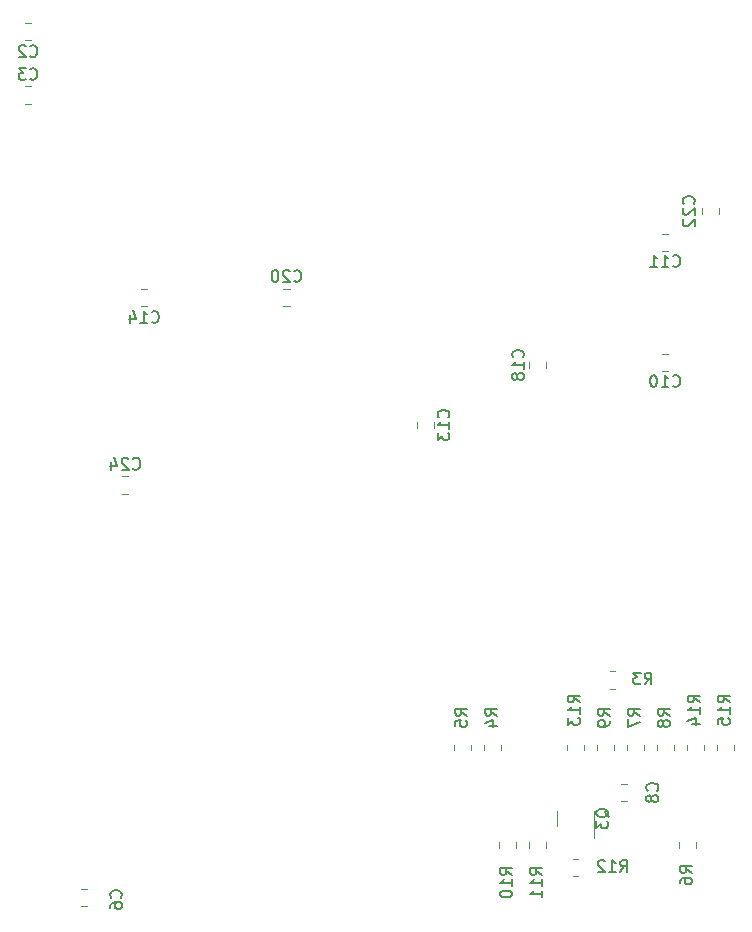
<source format=gbr>
%TF.GenerationSoftware,KiCad,Pcbnew,7.0.0-da2b9df05c~171~ubuntu22.04.1*%
%TF.CreationDate,2023-03-08T20:12:18-05:00*%
%TF.ProjectId,main,6d61696e-2e6b-4696-9361-645f70636258,rev?*%
%TF.SameCoordinates,Original*%
%TF.FileFunction,Legend,Bot*%
%TF.FilePolarity,Positive*%
%FSLAX46Y46*%
G04 Gerber Fmt 4.6, Leading zero omitted, Abs format (unit mm)*
G04 Created by KiCad (PCBNEW 7.0.0-da2b9df05c~171~ubuntu22.04.1) date 2023-03-08 20:12:18*
%MOMM*%
%LPD*%
G01*
G04 APERTURE LIST*
%ADD10C,0.150000*%
%ADD11C,0.120000*%
G04 APERTURE END LIST*
D10*
%TO.C,C13*%
X68627142Y-70477142D02*
X68674761Y-70429523D01*
X68674761Y-70429523D02*
X68722380Y-70286666D01*
X68722380Y-70286666D02*
X68722380Y-70191428D01*
X68722380Y-70191428D02*
X68674761Y-70048571D01*
X68674761Y-70048571D02*
X68579523Y-69953333D01*
X68579523Y-69953333D02*
X68484285Y-69905714D01*
X68484285Y-69905714D02*
X68293809Y-69858095D01*
X68293809Y-69858095D02*
X68150952Y-69858095D01*
X68150952Y-69858095D02*
X67960476Y-69905714D01*
X67960476Y-69905714D02*
X67865238Y-69953333D01*
X67865238Y-69953333D02*
X67770000Y-70048571D01*
X67770000Y-70048571D02*
X67722380Y-70191428D01*
X67722380Y-70191428D02*
X67722380Y-70286666D01*
X67722380Y-70286666D02*
X67770000Y-70429523D01*
X67770000Y-70429523D02*
X67817619Y-70477142D01*
X68722380Y-71429523D02*
X68722380Y-70858095D01*
X68722380Y-71143809D02*
X67722380Y-71143809D01*
X67722380Y-71143809D02*
X67865238Y-71048571D01*
X67865238Y-71048571D02*
X67960476Y-70953333D01*
X67960476Y-70953333D02*
X68008095Y-70858095D01*
X67722380Y-71762857D02*
X67722380Y-72381904D01*
X67722380Y-72381904D02*
X68103333Y-72048571D01*
X68103333Y-72048571D02*
X68103333Y-72191428D01*
X68103333Y-72191428D02*
X68150952Y-72286666D01*
X68150952Y-72286666D02*
X68198571Y-72334285D01*
X68198571Y-72334285D02*
X68293809Y-72381904D01*
X68293809Y-72381904D02*
X68531904Y-72381904D01*
X68531904Y-72381904D02*
X68627142Y-72334285D01*
X68627142Y-72334285D02*
X68674761Y-72286666D01*
X68674761Y-72286666D02*
X68722380Y-72191428D01*
X68722380Y-72191428D02*
X68722380Y-71905714D01*
X68722380Y-71905714D02*
X68674761Y-71810476D01*
X68674761Y-71810476D02*
X68627142Y-71762857D01*
%TO.C,C14*%
X43507857Y-62375142D02*
X43555476Y-62422761D01*
X43555476Y-62422761D02*
X43698333Y-62470380D01*
X43698333Y-62470380D02*
X43793571Y-62470380D01*
X43793571Y-62470380D02*
X43936428Y-62422761D01*
X43936428Y-62422761D02*
X44031666Y-62327523D01*
X44031666Y-62327523D02*
X44079285Y-62232285D01*
X44079285Y-62232285D02*
X44126904Y-62041809D01*
X44126904Y-62041809D02*
X44126904Y-61898952D01*
X44126904Y-61898952D02*
X44079285Y-61708476D01*
X44079285Y-61708476D02*
X44031666Y-61613238D01*
X44031666Y-61613238D02*
X43936428Y-61518000D01*
X43936428Y-61518000D02*
X43793571Y-61470380D01*
X43793571Y-61470380D02*
X43698333Y-61470380D01*
X43698333Y-61470380D02*
X43555476Y-61518000D01*
X43555476Y-61518000D02*
X43507857Y-61565619D01*
X42555476Y-62470380D02*
X43126904Y-62470380D01*
X42841190Y-62470380D02*
X42841190Y-61470380D01*
X42841190Y-61470380D02*
X42936428Y-61613238D01*
X42936428Y-61613238D02*
X43031666Y-61708476D01*
X43031666Y-61708476D02*
X43126904Y-61756095D01*
X41698333Y-61803714D02*
X41698333Y-62470380D01*
X41936428Y-61422761D02*
X42174523Y-62137047D01*
X42174523Y-62137047D02*
X41555476Y-62137047D01*
%TO.C,C18*%
X74948142Y-65397142D02*
X74995761Y-65349523D01*
X74995761Y-65349523D02*
X75043380Y-65206666D01*
X75043380Y-65206666D02*
X75043380Y-65111428D01*
X75043380Y-65111428D02*
X74995761Y-64968571D01*
X74995761Y-64968571D02*
X74900523Y-64873333D01*
X74900523Y-64873333D02*
X74805285Y-64825714D01*
X74805285Y-64825714D02*
X74614809Y-64778095D01*
X74614809Y-64778095D02*
X74471952Y-64778095D01*
X74471952Y-64778095D02*
X74281476Y-64825714D01*
X74281476Y-64825714D02*
X74186238Y-64873333D01*
X74186238Y-64873333D02*
X74091000Y-64968571D01*
X74091000Y-64968571D02*
X74043380Y-65111428D01*
X74043380Y-65111428D02*
X74043380Y-65206666D01*
X74043380Y-65206666D02*
X74091000Y-65349523D01*
X74091000Y-65349523D02*
X74138619Y-65397142D01*
X75043380Y-66349523D02*
X75043380Y-65778095D01*
X75043380Y-66063809D02*
X74043380Y-66063809D01*
X74043380Y-66063809D02*
X74186238Y-65968571D01*
X74186238Y-65968571D02*
X74281476Y-65873333D01*
X74281476Y-65873333D02*
X74329095Y-65778095D01*
X74471952Y-66920952D02*
X74424333Y-66825714D01*
X74424333Y-66825714D02*
X74376714Y-66778095D01*
X74376714Y-66778095D02*
X74281476Y-66730476D01*
X74281476Y-66730476D02*
X74233857Y-66730476D01*
X74233857Y-66730476D02*
X74138619Y-66778095D01*
X74138619Y-66778095D02*
X74091000Y-66825714D01*
X74091000Y-66825714D02*
X74043380Y-66920952D01*
X74043380Y-66920952D02*
X74043380Y-67111428D01*
X74043380Y-67111428D02*
X74091000Y-67206666D01*
X74091000Y-67206666D02*
X74138619Y-67254285D01*
X74138619Y-67254285D02*
X74233857Y-67301904D01*
X74233857Y-67301904D02*
X74281476Y-67301904D01*
X74281476Y-67301904D02*
X74376714Y-67254285D01*
X74376714Y-67254285D02*
X74424333Y-67206666D01*
X74424333Y-67206666D02*
X74471952Y-67111428D01*
X74471952Y-67111428D02*
X74471952Y-66920952D01*
X74471952Y-66920952D02*
X74519571Y-66825714D01*
X74519571Y-66825714D02*
X74567190Y-66778095D01*
X74567190Y-66778095D02*
X74662428Y-66730476D01*
X74662428Y-66730476D02*
X74852904Y-66730476D01*
X74852904Y-66730476D02*
X74948142Y-66778095D01*
X74948142Y-66778095D02*
X74995761Y-66825714D01*
X74995761Y-66825714D02*
X75043380Y-66920952D01*
X75043380Y-66920952D02*
X75043380Y-67111428D01*
X75043380Y-67111428D02*
X74995761Y-67206666D01*
X74995761Y-67206666D02*
X74948142Y-67254285D01*
X74948142Y-67254285D02*
X74852904Y-67301904D01*
X74852904Y-67301904D02*
X74662428Y-67301904D01*
X74662428Y-67301904D02*
X74567190Y-67254285D01*
X74567190Y-67254285D02*
X74519571Y-67206666D01*
X74519571Y-67206666D02*
X74471952Y-67111428D01*
%TO.C,C2*%
X33220566Y-39875942D02*
X33268185Y-39923561D01*
X33268185Y-39923561D02*
X33411042Y-39971180D01*
X33411042Y-39971180D02*
X33506280Y-39971180D01*
X33506280Y-39971180D02*
X33649137Y-39923561D01*
X33649137Y-39923561D02*
X33744375Y-39828323D01*
X33744375Y-39828323D02*
X33791994Y-39733085D01*
X33791994Y-39733085D02*
X33839613Y-39542609D01*
X33839613Y-39542609D02*
X33839613Y-39399752D01*
X33839613Y-39399752D02*
X33791994Y-39209276D01*
X33791994Y-39209276D02*
X33744375Y-39114038D01*
X33744375Y-39114038D02*
X33649137Y-39018800D01*
X33649137Y-39018800D02*
X33506280Y-38971180D01*
X33506280Y-38971180D02*
X33411042Y-38971180D01*
X33411042Y-38971180D02*
X33268185Y-39018800D01*
X33268185Y-39018800D02*
X33220566Y-39066419D01*
X32839613Y-39066419D02*
X32791994Y-39018800D01*
X32791994Y-39018800D02*
X32696756Y-38971180D01*
X32696756Y-38971180D02*
X32458661Y-38971180D01*
X32458661Y-38971180D02*
X32363423Y-39018800D01*
X32363423Y-39018800D02*
X32315804Y-39066419D01*
X32315804Y-39066419D02*
X32268185Y-39161657D01*
X32268185Y-39161657D02*
X32268185Y-39256895D01*
X32268185Y-39256895D02*
X32315804Y-39399752D01*
X32315804Y-39399752D02*
X32887232Y-39971180D01*
X32887232Y-39971180D02*
X32268185Y-39971180D01*
%TO.C,C3*%
X33220566Y-41801142D02*
X33268185Y-41848761D01*
X33268185Y-41848761D02*
X33411042Y-41896380D01*
X33411042Y-41896380D02*
X33506280Y-41896380D01*
X33506280Y-41896380D02*
X33649137Y-41848761D01*
X33649137Y-41848761D02*
X33744375Y-41753523D01*
X33744375Y-41753523D02*
X33791994Y-41658285D01*
X33791994Y-41658285D02*
X33839613Y-41467809D01*
X33839613Y-41467809D02*
X33839613Y-41324952D01*
X33839613Y-41324952D02*
X33791994Y-41134476D01*
X33791994Y-41134476D02*
X33744375Y-41039238D01*
X33744375Y-41039238D02*
X33649137Y-40944000D01*
X33649137Y-40944000D02*
X33506280Y-40896380D01*
X33506280Y-40896380D02*
X33411042Y-40896380D01*
X33411042Y-40896380D02*
X33268185Y-40944000D01*
X33268185Y-40944000D02*
X33220566Y-40991619D01*
X32887232Y-40896380D02*
X32268185Y-40896380D01*
X32268185Y-40896380D02*
X32601518Y-41277333D01*
X32601518Y-41277333D02*
X32458661Y-41277333D01*
X32458661Y-41277333D02*
X32363423Y-41324952D01*
X32363423Y-41324952D02*
X32315804Y-41372571D01*
X32315804Y-41372571D02*
X32268185Y-41467809D01*
X32268185Y-41467809D02*
X32268185Y-41705904D01*
X32268185Y-41705904D02*
X32315804Y-41801142D01*
X32315804Y-41801142D02*
X32363423Y-41848761D01*
X32363423Y-41848761D02*
X32458661Y-41896380D01*
X32458661Y-41896380D02*
X32744375Y-41896380D01*
X32744375Y-41896380D02*
X32839613Y-41848761D01*
X32839613Y-41848761D02*
X32887232Y-41801142D01*
%TO.C,C6*%
X40912142Y-111138333D02*
X40959761Y-111090714D01*
X40959761Y-111090714D02*
X41007380Y-110947857D01*
X41007380Y-110947857D02*
X41007380Y-110852619D01*
X41007380Y-110852619D02*
X40959761Y-110709762D01*
X40959761Y-110709762D02*
X40864523Y-110614524D01*
X40864523Y-110614524D02*
X40769285Y-110566905D01*
X40769285Y-110566905D02*
X40578809Y-110519286D01*
X40578809Y-110519286D02*
X40435952Y-110519286D01*
X40435952Y-110519286D02*
X40245476Y-110566905D01*
X40245476Y-110566905D02*
X40150238Y-110614524D01*
X40150238Y-110614524D02*
X40055000Y-110709762D01*
X40055000Y-110709762D02*
X40007380Y-110852619D01*
X40007380Y-110852619D02*
X40007380Y-110947857D01*
X40007380Y-110947857D02*
X40055000Y-111090714D01*
X40055000Y-111090714D02*
X40102619Y-111138333D01*
X40007380Y-111995476D02*
X40007380Y-111805000D01*
X40007380Y-111805000D02*
X40055000Y-111709762D01*
X40055000Y-111709762D02*
X40102619Y-111662143D01*
X40102619Y-111662143D02*
X40245476Y-111566905D01*
X40245476Y-111566905D02*
X40435952Y-111519286D01*
X40435952Y-111519286D02*
X40816904Y-111519286D01*
X40816904Y-111519286D02*
X40912142Y-111566905D01*
X40912142Y-111566905D02*
X40959761Y-111614524D01*
X40959761Y-111614524D02*
X41007380Y-111709762D01*
X41007380Y-111709762D02*
X41007380Y-111900238D01*
X41007380Y-111900238D02*
X40959761Y-111995476D01*
X40959761Y-111995476D02*
X40912142Y-112043095D01*
X40912142Y-112043095D02*
X40816904Y-112090714D01*
X40816904Y-112090714D02*
X40578809Y-112090714D01*
X40578809Y-112090714D02*
X40483571Y-112043095D01*
X40483571Y-112043095D02*
X40435952Y-111995476D01*
X40435952Y-111995476D02*
X40388333Y-111900238D01*
X40388333Y-111900238D02*
X40388333Y-111709762D01*
X40388333Y-111709762D02*
X40435952Y-111614524D01*
X40435952Y-111614524D02*
X40483571Y-111566905D01*
X40483571Y-111566905D02*
X40578809Y-111519286D01*
%TO.C,C8*%
X86312142Y-102068333D02*
X86359761Y-102020714D01*
X86359761Y-102020714D02*
X86407380Y-101877857D01*
X86407380Y-101877857D02*
X86407380Y-101782619D01*
X86407380Y-101782619D02*
X86359761Y-101639762D01*
X86359761Y-101639762D02*
X86264523Y-101544524D01*
X86264523Y-101544524D02*
X86169285Y-101496905D01*
X86169285Y-101496905D02*
X85978809Y-101449286D01*
X85978809Y-101449286D02*
X85835952Y-101449286D01*
X85835952Y-101449286D02*
X85645476Y-101496905D01*
X85645476Y-101496905D02*
X85550238Y-101544524D01*
X85550238Y-101544524D02*
X85455000Y-101639762D01*
X85455000Y-101639762D02*
X85407380Y-101782619D01*
X85407380Y-101782619D02*
X85407380Y-101877857D01*
X85407380Y-101877857D02*
X85455000Y-102020714D01*
X85455000Y-102020714D02*
X85502619Y-102068333D01*
X85835952Y-102639762D02*
X85788333Y-102544524D01*
X85788333Y-102544524D02*
X85740714Y-102496905D01*
X85740714Y-102496905D02*
X85645476Y-102449286D01*
X85645476Y-102449286D02*
X85597857Y-102449286D01*
X85597857Y-102449286D02*
X85502619Y-102496905D01*
X85502619Y-102496905D02*
X85455000Y-102544524D01*
X85455000Y-102544524D02*
X85407380Y-102639762D01*
X85407380Y-102639762D02*
X85407380Y-102830238D01*
X85407380Y-102830238D02*
X85455000Y-102925476D01*
X85455000Y-102925476D02*
X85502619Y-102973095D01*
X85502619Y-102973095D02*
X85597857Y-103020714D01*
X85597857Y-103020714D02*
X85645476Y-103020714D01*
X85645476Y-103020714D02*
X85740714Y-102973095D01*
X85740714Y-102973095D02*
X85788333Y-102925476D01*
X85788333Y-102925476D02*
X85835952Y-102830238D01*
X85835952Y-102830238D02*
X85835952Y-102639762D01*
X85835952Y-102639762D02*
X85883571Y-102544524D01*
X85883571Y-102544524D02*
X85931190Y-102496905D01*
X85931190Y-102496905D02*
X86026428Y-102449286D01*
X86026428Y-102449286D02*
X86216904Y-102449286D01*
X86216904Y-102449286D02*
X86312142Y-102496905D01*
X86312142Y-102496905D02*
X86359761Y-102544524D01*
X86359761Y-102544524D02*
X86407380Y-102639762D01*
X86407380Y-102639762D02*
X86407380Y-102830238D01*
X86407380Y-102830238D02*
X86359761Y-102925476D01*
X86359761Y-102925476D02*
X86312142Y-102973095D01*
X86312142Y-102973095D02*
X86216904Y-103020714D01*
X86216904Y-103020714D02*
X86026428Y-103020714D01*
X86026428Y-103020714D02*
X85931190Y-102973095D01*
X85931190Y-102973095D02*
X85883571Y-102925476D01*
X85883571Y-102925476D02*
X85835952Y-102830238D01*
%TO.C,C20*%
X55572857Y-58917142D02*
X55620476Y-58964761D01*
X55620476Y-58964761D02*
X55763333Y-59012380D01*
X55763333Y-59012380D02*
X55858571Y-59012380D01*
X55858571Y-59012380D02*
X56001428Y-58964761D01*
X56001428Y-58964761D02*
X56096666Y-58869523D01*
X56096666Y-58869523D02*
X56144285Y-58774285D01*
X56144285Y-58774285D02*
X56191904Y-58583809D01*
X56191904Y-58583809D02*
X56191904Y-58440952D01*
X56191904Y-58440952D02*
X56144285Y-58250476D01*
X56144285Y-58250476D02*
X56096666Y-58155238D01*
X56096666Y-58155238D02*
X56001428Y-58060000D01*
X56001428Y-58060000D02*
X55858571Y-58012380D01*
X55858571Y-58012380D02*
X55763333Y-58012380D01*
X55763333Y-58012380D02*
X55620476Y-58060000D01*
X55620476Y-58060000D02*
X55572857Y-58107619D01*
X55191904Y-58107619D02*
X55144285Y-58060000D01*
X55144285Y-58060000D02*
X55049047Y-58012380D01*
X55049047Y-58012380D02*
X54810952Y-58012380D01*
X54810952Y-58012380D02*
X54715714Y-58060000D01*
X54715714Y-58060000D02*
X54668095Y-58107619D01*
X54668095Y-58107619D02*
X54620476Y-58202857D01*
X54620476Y-58202857D02*
X54620476Y-58298095D01*
X54620476Y-58298095D02*
X54668095Y-58440952D01*
X54668095Y-58440952D02*
X55239523Y-59012380D01*
X55239523Y-59012380D02*
X54620476Y-59012380D01*
X54001428Y-58012380D02*
X53906190Y-58012380D01*
X53906190Y-58012380D02*
X53810952Y-58060000D01*
X53810952Y-58060000D02*
X53763333Y-58107619D01*
X53763333Y-58107619D02*
X53715714Y-58202857D01*
X53715714Y-58202857D02*
X53668095Y-58393333D01*
X53668095Y-58393333D02*
X53668095Y-58631428D01*
X53668095Y-58631428D02*
X53715714Y-58821904D01*
X53715714Y-58821904D02*
X53763333Y-58917142D01*
X53763333Y-58917142D02*
X53810952Y-58964761D01*
X53810952Y-58964761D02*
X53906190Y-59012380D01*
X53906190Y-59012380D02*
X54001428Y-59012380D01*
X54001428Y-59012380D02*
X54096666Y-58964761D01*
X54096666Y-58964761D02*
X54144285Y-58917142D01*
X54144285Y-58917142D02*
X54191904Y-58821904D01*
X54191904Y-58821904D02*
X54239523Y-58631428D01*
X54239523Y-58631428D02*
X54239523Y-58393333D01*
X54239523Y-58393333D02*
X54191904Y-58202857D01*
X54191904Y-58202857D02*
X54144285Y-58107619D01*
X54144285Y-58107619D02*
X54096666Y-58060000D01*
X54096666Y-58060000D02*
X54001428Y-58012380D01*
%TO.C,C22*%
X89397142Y-52377142D02*
X89444761Y-52329523D01*
X89444761Y-52329523D02*
X89492380Y-52186666D01*
X89492380Y-52186666D02*
X89492380Y-52091428D01*
X89492380Y-52091428D02*
X89444761Y-51948571D01*
X89444761Y-51948571D02*
X89349523Y-51853333D01*
X89349523Y-51853333D02*
X89254285Y-51805714D01*
X89254285Y-51805714D02*
X89063809Y-51758095D01*
X89063809Y-51758095D02*
X88920952Y-51758095D01*
X88920952Y-51758095D02*
X88730476Y-51805714D01*
X88730476Y-51805714D02*
X88635238Y-51853333D01*
X88635238Y-51853333D02*
X88540000Y-51948571D01*
X88540000Y-51948571D02*
X88492380Y-52091428D01*
X88492380Y-52091428D02*
X88492380Y-52186666D01*
X88492380Y-52186666D02*
X88540000Y-52329523D01*
X88540000Y-52329523D02*
X88587619Y-52377142D01*
X88587619Y-52758095D02*
X88540000Y-52805714D01*
X88540000Y-52805714D02*
X88492380Y-52900952D01*
X88492380Y-52900952D02*
X88492380Y-53139047D01*
X88492380Y-53139047D02*
X88540000Y-53234285D01*
X88540000Y-53234285D02*
X88587619Y-53281904D01*
X88587619Y-53281904D02*
X88682857Y-53329523D01*
X88682857Y-53329523D02*
X88778095Y-53329523D01*
X88778095Y-53329523D02*
X88920952Y-53281904D01*
X88920952Y-53281904D02*
X89492380Y-52710476D01*
X89492380Y-52710476D02*
X89492380Y-53329523D01*
X88587619Y-53710476D02*
X88540000Y-53758095D01*
X88540000Y-53758095D02*
X88492380Y-53853333D01*
X88492380Y-53853333D02*
X88492380Y-54091428D01*
X88492380Y-54091428D02*
X88540000Y-54186666D01*
X88540000Y-54186666D02*
X88587619Y-54234285D01*
X88587619Y-54234285D02*
X88682857Y-54281904D01*
X88682857Y-54281904D02*
X88778095Y-54281904D01*
X88778095Y-54281904D02*
X88920952Y-54234285D01*
X88920952Y-54234285D02*
X89492380Y-53662857D01*
X89492380Y-53662857D02*
X89492380Y-54281904D01*
%TO.C,C24*%
X41917857Y-74792142D02*
X41965476Y-74839761D01*
X41965476Y-74839761D02*
X42108333Y-74887380D01*
X42108333Y-74887380D02*
X42203571Y-74887380D01*
X42203571Y-74887380D02*
X42346428Y-74839761D01*
X42346428Y-74839761D02*
X42441666Y-74744523D01*
X42441666Y-74744523D02*
X42489285Y-74649285D01*
X42489285Y-74649285D02*
X42536904Y-74458809D01*
X42536904Y-74458809D02*
X42536904Y-74315952D01*
X42536904Y-74315952D02*
X42489285Y-74125476D01*
X42489285Y-74125476D02*
X42441666Y-74030238D01*
X42441666Y-74030238D02*
X42346428Y-73935000D01*
X42346428Y-73935000D02*
X42203571Y-73887380D01*
X42203571Y-73887380D02*
X42108333Y-73887380D01*
X42108333Y-73887380D02*
X41965476Y-73935000D01*
X41965476Y-73935000D02*
X41917857Y-73982619D01*
X41536904Y-73982619D02*
X41489285Y-73935000D01*
X41489285Y-73935000D02*
X41394047Y-73887380D01*
X41394047Y-73887380D02*
X41155952Y-73887380D01*
X41155952Y-73887380D02*
X41060714Y-73935000D01*
X41060714Y-73935000D02*
X41013095Y-73982619D01*
X41013095Y-73982619D02*
X40965476Y-74077857D01*
X40965476Y-74077857D02*
X40965476Y-74173095D01*
X40965476Y-74173095D02*
X41013095Y-74315952D01*
X41013095Y-74315952D02*
X41584523Y-74887380D01*
X41584523Y-74887380D02*
X40965476Y-74887380D01*
X40108333Y-74220714D02*
X40108333Y-74887380D01*
X40346428Y-73839761D02*
X40584523Y-74554047D01*
X40584523Y-74554047D02*
X39965476Y-74554047D01*
%TO.C,R13*%
X79742380Y-94607142D02*
X79266190Y-94273809D01*
X79742380Y-94035714D02*
X78742380Y-94035714D01*
X78742380Y-94035714D02*
X78742380Y-94416666D01*
X78742380Y-94416666D02*
X78790000Y-94511904D01*
X78790000Y-94511904D02*
X78837619Y-94559523D01*
X78837619Y-94559523D02*
X78932857Y-94607142D01*
X78932857Y-94607142D02*
X79075714Y-94607142D01*
X79075714Y-94607142D02*
X79170952Y-94559523D01*
X79170952Y-94559523D02*
X79218571Y-94511904D01*
X79218571Y-94511904D02*
X79266190Y-94416666D01*
X79266190Y-94416666D02*
X79266190Y-94035714D01*
X79742380Y-95559523D02*
X79742380Y-94988095D01*
X79742380Y-95273809D02*
X78742380Y-95273809D01*
X78742380Y-95273809D02*
X78885238Y-95178571D01*
X78885238Y-95178571D02*
X78980476Y-95083333D01*
X78980476Y-95083333D02*
X79028095Y-94988095D01*
X78742380Y-95892857D02*
X78742380Y-96511904D01*
X78742380Y-96511904D02*
X79123333Y-96178571D01*
X79123333Y-96178571D02*
X79123333Y-96321428D01*
X79123333Y-96321428D02*
X79170952Y-96416666D01*
X79170952Y-96416666D02*
X79218571Y-96464285D01*
X79218571Y-96464285D02*
X79313809Y-96511904D01*
X79313809Y-96511904D02*
X79551904Y-96511904D01*
X79551904Y-96511904D02*
X79647142Y-96464285D01*
X79647142Y-96464285D02*
X79694761Y-96416666D01*
X79694761Y-96416666D02*
X79742380Y-96321428D01*
X79742380Y-96321428D02*
X79742380Y-96035714D01*
X79742380Y-96035714D02*
X79694761Y-95940476D01*
X79694761Y-95940476D02*
X79647142Y-95892857D01*
%TO.C,R7*%
X84822380Y-95718333D02*
X84346190Y-95385000D01*
X84822380Y-95146905D02*
X83822380Y-95146905D01*
X83822380Y-95146905D02*
X83822380Y-95527857D01*
X83822380Y-95527857D02*
X83870000Y-95623095D01*
X83870000Y-95623095D02*
X83917619Y-95670714D01*
X83917619Y-95670714D02*
X84012857Y-95718333D01*
X84012857Y-95718333D02*
X84155714Y-95718333D01*
X84155714Y-95718333D02*
X84250952Y-95670714D01*
X84250952Y-95670714D02*
X84298571Y-95623095D01*
X84298571Y-95623095D02*
X84346190Y-95527857D01*
X84346190Y-95527857D02*
X84346190Y-95146905D01*
X83822380Y-96051667D02*
X83822380Y-96718333D01*
X83822380Y-96718333D02*
X84822380Y-96289762D01*
%TO.C,R12*%
X83192857Y-108952380D02*
X83526190Y-108476190D01*
X83764285Y-108952380D02*
X83764285Y-107952380D01*
X83764285Y-107952380D02*
X83383333Y-107952380D01*
X83383333Y-107952380D02*
X83288095Y-108000000D01*
X83288095Y-108000000D02*
X83240476Y-108047619D01*
X83240476Y-108047619D02*
X83192857Y-108142857D01*
X83192857Y-108142857D02*
X83192857Y-108285714D01*
X83192857Y-108285714D02*
X83240476Y-108380952D01*
X83240476Y-108380952D02*
X83288095Y-108428571D01*
X83288095Y-108428571D02*
X83383333Y-108476190D01*
X83383333Y-108476190D02*
X83764285Y-108476190D01*
X82240476Y-108952380D02*
X82811904Y-108952380D01*
X82526190Y-108952380D02*
X82526190Y-107952380D01*
X82526190Y-107952380D02*
X82621428Y-108095238D01*
X82621428Y-108095238D02*
X82716666Y-108190476D01*
X82716666Y-108190476D02*
X82811904Y-108238095D01*
X81859523Y-108047619D02*
X81811904Y-108000000D01*
X81811904Y-108000000D02*
X81716666Y-107952380D01*
X81716666Y-107952380D02*
X81478571Y-107952380D01*
X81478571Y-107952380D02*
X81383333Y-108000000D01*
X81383333Y-108000000D02*
X81335714Y-108047619D01*
X81335714Y-108047619D02*
X81288095Y-108142857D01*
X81288095Y-108142857D02*
X81288095Y-108238095D01*
X81288095Y-108238095D02*
X81335714Y-108380952D01*
X81335714Y-108380952D02*
X81907142Y-108952380D01*
X81907142Y-108952380D02*
X81288095Y-108952380D01*
%TO.C,Q3*%
X82237619Y-104347261D02*
X82190000Y-104252023D01*
X82190000Y-104252023D02*
X82094761Y-104156785D01*
X82094761Y-104156785D02*
X81951904Y-104013928D01*
X81951904Y-104013928D02*
X81904285Y-103918690D01*
X81904285Y-103918690D02*
X81904285Y-103823452D01*
X82142380Y-103871071D02*
X82094761Y-103775833D01*
X82094761Y-103775833D02*
X81999523Y-103680595D01*
X81999523Y-103680595D02*
X81809047Y-103632976D01*
X81809047Y-103632976D02*
X81475714Y-103632976D01*
X81475714Y-103632976D02*
X81285238Y-103680595D01*
X81285238Y-103680595D02*
X81190000Y-103775833D01*
X81190000Y-103775833D02*
X81142380Y-103871071D01*
X81142380Y-103871071D02*
X81142380Y-104061547D01*
X81142380Y-104061547D02*
X81190000Y-104156785D01*
X81190000Y-104156785D02*
X81285238Y-104252023D01*
X81285238Y-104252023D02*
X81475714Y-104299642D01*
X81475714Y-104299642D02*
X81809047Y-104299642D01*
X81809047Y-104299642D02*
X81999523Y-104252023D01*
X81999523Y-104252023D02*
X82094761Y-104156785D01*
X82094761Y-104156785D02*
X82142380Y-104061547D01*
X82142380Y-104061547D02*
X82142380Y-103871071D01*
X81142380Y-104632976D02*
X81142380Y-105252023D01*
X81142380Y-105252023D02*
X81523333Y-104918690D01*
X81523333Y-104918690D02*
X81523333Y-105061547D01*
X81523333Y-105061547D02*
X81570952Y-105156785D01*
X81570952Y-105156785D02*
X81618571Y-105204404D01*
X81618571Y-105204404D02*
X81713809Y-105252023D01*
X81713809Y-105252023D02*
X81951904Y-105252023D01*
X81951904Y-105252023D02*
X82047142Y-105204404D01*
X82047142Y-105204404D02*
X82094761Y-105156785D01*
X82094761Y-105156785D02*
X82142380Y-105061547D01*
X82142380Y-105061547D02*
X82142380Y-104775833D01*
X82142380Y-104775833D02*
X82094761Y-104680595D01*
X82094761Y-104680595D02*
X82047142Y-104632976D01*
%TO.C,R3*%
X85256666Y-93077380D02*
X85589999Y-92601190D01*
X85828094Y-93077380D02*
X85828094Y-92077380D01*
X85828094Y-92077380D02*
X85447142Y-92077380D01*
X85447142Y-92077380D02*
X85351904Y-92125000D01*
X85351904Y-92125000D02*
X85304285Y-92172619D01*
X85304285Y-92172619D02*
X85256666Y-92267857D01*
X85256666Y-92267857D02*
X85256666Y-92410714D01*
X85256666Y-92410714D02*
X85304285Y-92505952D01*
X85304285Y-92505952D02*
X85351904Y-92553571D01*
X85351904Y-92553571D02*
X85447142Y-92601190D01*
X85447142Y-92601190D02*
X85828094Y-92601190D01*
X84923332Y-92077380D02*
X84304285Y-92077380D01*
X84304285Y-92077380D02*
X84637618Y-92458333D01*
X84637618Y-92458333D02*
X84494761Y-92458333D01*
X84494761Y-92458333D02*
X84399523Y-92505952D01*
X84399523Y-92505952D02*
X84351904Y-92553571D01*
X84351904Y-92553571D02*
X84304285Y-92648809D01*
X84304285Y-92648809D02*
X84304285Y-92886904D01*
X84304285Y-92886904D02*
X84351904Y-92982142D01*
X84351904Y-92982142D02*
X84399523Y-93029761D01*
X84399523Y-93029761D02*
X84494761Y-93077380D01*
X84494761Y-93077380D02*
X84780475Y-93077380D01*
X84780475Y-93077380D02*
X84875713Y-93029761D01*
X84875713Y-93029761D02*
X84923332Y-92982142D01*
%TO.C,R10*%
X74027380Y-109212142D02*
X73551190Y-108878809D01*
X74027380Y-108640714D02*
X73027380Y-108640714D01*
X73027380Y-108640714D02*
X73027380Y-109021666D01*
X73027380Y-109021666D02*
X73075000Y-109116904D01*
X73075000Y-109116904D02*
X73122619Y-109164523D01*
X73122619Y-109164523D02*
X73217857Y-109212142D01*
X73217857Y-109212142D02*
X73360714Y-109212142D01*
X73360714Y-109212142D02*
X73455952Y-109164523D01*
X73455952Y-109164523D02*
X73503571Y-109116904D01*
X73503571Y-109116904D02*
X73551190Y-109021666D01*
X73551190Y-109021666D02*
X73551190Y-108640714D01*
X74027380Y-110164523D02*
X74027380Y-109593095D01*
X74027380Y-109878809D02*
X73027380Y-109878809D01*
X73027380Y-109878809D02*
X73170238Y-109783571D01*
X73170238Y-109783571D02*
X73265476Y-109688333D01*
X73265476Y-109688333D02*
X73313095Y-109593095D01*
X73027380Y-110783571D02*
X73027380Y-110878809D01*
X73027380Y-110878809D02*
X73075000Y-110974047D01*
X73075000Y-110974047D02*
X73122619Y-111021666D01*
X73122619Y-111021666D02*
X73217857Y-111069285D01*
X73217857Y-111069285D02*
X73408333Y-111116904D01*
X73408333Y-111116904D02*
X73646428Y-111116904D01*
X73646428Y-111116904D02*
X73836904Y-111069285D01*
X73836904Y-111069285D02*
X73932142Y-111021666D01*
X73932142Y-111021666D02*
X73979761Y-110974047D01*
X73979761Y-110974047D02*
X74027380Y-110878809D01*
X74027380Y-110878809D02*
X74027380Y-110783571D01*
X74027380Y-110783571D02*
X73979761Y-110688333D01*
X73979761Y-110688333D02*
X73932142Y-110640714D01*
X73932142Y-110640714D02*
X73836904Y-110593095D01*
X73836904Y-110593095D02*
X73646428Y-110545476D01*
X73646428Y-110545476D02*
X73408333Y-110545476D01*
X73408333Y-110545476D02*
X73217857Y-110593095D01*
X73217857Y-110593095D02*
X73122619Y-110640714D01*
X73122619Y-110640714D02*
X73075000Y-110688333D01*
X73075000Y-110688333D02*
X73027380Y-110783571D01*
%TO.C,R8*%
X87362380Y-95718333D02*
X86886190Y-95385000D01*
X87362380Y-95146905D02*
X86362380Y-95146905D01*
X86362380Y-95146905D02*
X86362380Y-95527857D01*
X86362380Y-95527857D02*
X86410000Y-95623095D01*
X86410000Y-95623095D02*
X86457619Y-95670714D01*
X86457619Y-95670714D02*
X86552857Y-95718333D01*
X86552857Y-95718333D02*
X86695714Y-95718333D01*
X86695714Y-95718333D02*
X86790952Y-95670714D01*
X86790952Y-95670714D02*
X86838571Y-95623095D01*
X86838571Y-95623095D02*
X86886190Y-95527857D01*
X86886190Y-95527857D02*
X86886190Y-95146905D01*
X86790952Y-96289762D02*
X86743333Y-96194524D01*
X86743333Y-96194524D02*
X86695714Y-96146905D01*
X86695714Y-96146905D02*
X86600476Y-96099286D01*
X86600476Y-96099286D02*
X86552857Y-96099286D01*
X86552857Y-96099286D02*
X86457619Y-96146905D01*
X86457619Y-96146905D02*
X86410000Y-96194524D01*
X86410000Y-96194524D02*
X86362380Y-96289762D01*
X86362380Y-96289762D02*
X86362380Y-96480238D01*
X86362380Y-96480238D02*
X86410000Y-96575476D01*
X86410000Y-96575476D02*
X86457619Y-96623095D01*
X86457619Y-96623095D02*
X86552857Y-96670714D01*
X86552857Y-96670714D02*
X86600476Y-96670714D01*
X86600476Y-96670714D02*
X86695714Y-96623095D01*
X86695714Y-96623095D02*
X86743333Y-96575476D01*
X86743333Y-96575476D02*
X86790952Y-96480238D01*
X86790952Y-96480238D02*
X86790952Y-96289762D01*
X86790952Y-96289762D02*
X86838571Y-96194524D01*
X86838571Y-96194524D02*
X86886190Y-96146905D01*
X86886190Y-96146905D02*
X86981428Y-96099286D01*
X86981428Y-96099286D02*
X87171904Y-96099286D01*
X87171904Y-96099286D02*
X87267142Y-96146905D01*
X87267142Y-96146905D02*
X87314761Y-96194524D01*
X87314761Y-96194524D02*
X87362380Y-96289762D01*
X87362380Y-96289762D02*
X87362380Y-96480238D01*
X87362380Y-96480238D02*
X87314761Y-96575476D01*
X87314761Y-96575476D02*
X87267142Y-96623095D01*
X87267142Y-96623095D02*
X87171904Y-96670714D01*
X87171904Y-96670714D02*
X86981428Y-96670714D01*
X86981428Y-96670714D02*
X86886190Y-96623095D01*
X86886190Y-96623095D02*
X86838571Y-96575476D01*
X86838571Y-96575476D02*
X86790952Y-96480238D01*
%TO.C,C11*%
X87637857Y-57637142D02*
X87685476Y-57684761D01*
X87685476Y-57684761D02*
X87828333Y-57732380D01*
X87828333Y-57732380D02*
X87923571Y-57732380D01*
X87923571Y-57732380D02*
X88066428Y-57684761D01*
X88066428Y-57684761D02*
X88161666Y-57589523D01*
X88161666Y-57589523D02*
X88209285Y-57494285D01*
X88209285Y-57494285D02*
X88256904Y-57303809D01*
X88256904Y-57303809D02*
X88256904Y-57160952D01*
X88256904Y-57160952D02*
X88209285Y-56970476D01*
X88209285Y-56970476D02*
X88161666Y-56875238D01*
X88161666Y-56875238D02*
X88066428Y-56780000D01*
X88066428Y-56780000D02*
X87923571Y-56732380D01*
X87923571Y-56732380D02*
X87828333Y-56732380D01*
X87828333Y-56732380D02*
X87685476Y-56780000D01*
X87685476Y-56780000D02*
X87637857Y-56827619D01*
X86685476Y-57732380D02*
X87256904Y-57732380D01*
X86971190Y-57732380D02*
X86971190Y-56732380D01*
X86971190Y-56732380D02*
X87066428Y-56875238D01*
X87066428Y-56875238D02*
X87161666Y-56970476D01*
X87161666Y-56970476D02*
X87256904Y-57018095D01*
X85733095Y-57732380D02*
X86304523Y-57732380D01*
X86018809Y-57732380D02*
X86018809Y-56732380D01*
X86018809Y-56732380D02*
X86114047Y-56875238D01*
X86114047Y-56875238D02*
X86209285Y-56970476D01*
X86209285Y-56970476D02*
X86304523Y-57018095D01*
%TO.C,C10*%
X87637857Y-67797142D02*
X87685476Y-67844761D01*
X87685476Y-67844761D02*
X87828333Y-67892380D01*
X87828333Y-67892380D02*
X87923571Y-67892380D01*
X87923571Y-67892380D02*
X88066428Y-67844761D01*
X88066428Y-67844761D02*
X88161666Y-67749523D01*
X88161666Y-67749523D02*
X88209285Y-67654285D01*
X88209285Y-67654285D02*
X88256904Y-67463809D01*
X88256904Y-67463809D02*
X88256904Y-67320952D01*
X88256904Y-67320952D02*
X88209285Y-67130476D01*
X88209285Y-67130476D02*
X88161666Y-67035238D01*
X88161666Y-67035238D02*
X88066428Y-66940000D01*
X88066428Y-66940000D02*
X87923571Y-66892380D01*
X87923571Y-66892380D02*
X87828333Y-66892380D01*
X87828333Y-66892380D02*
X87685476Y-66940000D01*
X87685476Y-66940000D02*
X87637857Y-66987619D01*
X86685476Y-67892380D02*
X87256904Y-67892380D01*
X86971190Y-67892380D02*
X86971190Y-66892380D01*
X86971190Y-66892380D02*
X87066428Y-67035238D01*
X87066428Y-67035238D02*
X87161666Y-67130476D01*
X87161666Y-67130476D02*
X87256904Y-67178095D01*
X86066428Y-66892380D02*
X85971190Y-66892380D01*
X85971190Y-66892380D02*
X85875952Y-66940000D01*
X85875952Y-66940000D02*
X85828333Y-66987619D01*
X85828333Y-66987619D02*
X85780714Y-67082857D01*
X85780714Y-67082857D02*
X85733095Y-67273333D01*
X85733095Y-67273333D02*
X85733095Y-67511428D01*
X85733095Y-67511428D02*
X85780714Y-67701904D01*
X85780714Y-67701904D02*
X85828333Y-67797142D01*
X85828333Y-67797142D02*
X85875952Y-67844761D01*
X85875952Y-67844761D02*
X85971190Y-67892380D01*
X85971190Y-67892380D02*
X86066428Y-67892380D01*
X86066428Y-67892380D02*
X86161666Y-67844761D01*
X86161666Y-67844761D02*
X86209285Y-67797142D01*
X86209285Y-67797142D02*
X86256904Y-67701904D01*
X86256904Y-67701904D02*
X86304523Y-67511428D01*
X86304523Y-67511428D02*
X86304523Y-67273333D01*
X86304523Y-67273333D02*
X86256904Y-67082857D01*
X86256904Y-67082857D02*
X86209285Y-66987619D01*
X86209285Y-66987619D02*
X86161666Y-66940000D01*
X86161666Y-66940000D02*
X86066428Y-66892380D01*
%TO.C,R5*%
X70217380Y-95718333D02*
X69741190Y-95385000D01*
X70217380Y-95146905D02*
X69217380Y-95146905D01*
X69217380Y-95146905D02*
X69217380Y-95527857D01*
X69217380Y-95527857D02*
X69265000Y-95623095D01*
X69265000Y-95623095D02*
X69312619Y-95670714D01*
X69312619Y-95670714D02*
X69407857Y-95718333D01*
X69407857Y-95718333D02*
X69550714Y-95718333D01*
X69550714Y-95718333D02*
X69645952Y-95670714D01*
X69645952Y-95670714D02*
X69693571Y-95623095D01*
X69693571Y-95623095D02*
X69741190Y-95527857D01*
X69741190Y-95527857D02*
X69741190Y-95146905D01*
X69217380Y-96623095D02*
X69217380Y-96146905D01*
X69217380Y-96146905D02*
X69693571Y-96099286D01*
X69693571Y-96099286D02*
X69645952Y-96146905D01*
X69645952Y-96146905D02*
X69598333Y-96242143D01*
X69598333Y-96242143D02*
X69598333Y-96480238D01*
X69598333Y-96480238D02*
X69645952Y-96575476D01*
X69645952Y-96575476D02*
X69693571Y-96623095D01*
X69693571Y-96623095D02*
X69788809Y-96670714D01*
X69788809Y-96670714D02*
X70026904Y-96670714D01*
X70026904Y-96670714D02*
X70122142Y-96623095D01*
X70122142Y-96623095D02*
X70169761Y-96575476D01*
X70169761Y-96575476D02*
X70217380Y-96480238D01*
X70217380Y-96480238D02*
X70217380Y-96242143D01*
X70217380Y-96242143D02*
X70169761Y-96146905D01*
X70169761Y-96146905D02*
X70122142Y-96099286D01*
%TO.C,R6*%
X89267380Y-109053333D02*
X88791190Y-108720000D01*
X89267380Y-108481905D02*
X88267380Y-108481905D01*
X88267380Y-108481905D02*
X88267380Y-108862857D01*
X88267380Y-108862857D02*
X88315000Y-108958095D01*
X88315000Y-108958095D02*
X88362619Y-109005714D01*
X88362619Y-109005714D02*
X88457857Y-109053333D01*
X88457857Y-109053333D02*
X88600714Y-109053333D01*
X88600714Y-109053333D02*
X88695952Y-109005714D01*
X88695952Y-109005714D02*
X88743571Y-108958095D01*
X88743571Y-108958095D02*
X88791190Y-108862857D01*
X88791190Y-108862857D02*
X88791190Y-108481905D01*
X88267380Y-109910476D02*
X88267380Y-109720000D01*
X88267380Y-109720000D02*
X88315000Y-109624762D01*
X88315000Y-109624762D02*
X88362619Y-109577143D01*
X88362619Y-109577143D02*
X88505476Y-109481905D01*
X88505476Y-109481905D02*
X88695952Y-109434286D01*
X88695952Y-109434286D02*
X89076904Y-109434286D01*
X89076904Y-109434286D02*
X89172142Y-109481905D01*
X89172142Y-109481905D02*
X89219761Y-109529524D01*
X89219761Y-109529524D02*
X89267380Y-109624762D01*
X89267380Y-109624762D02*
X89267380Y-109815238D01*
X89267380Y-109815238D02*
X89219761Y-109910476D01*
X89219761Y-109910476D02*
X89172142Y-109958095D01*
X89172142Y-109958095D02*
X89076904Y-110005714D01*
X89076904Y-110005714D02*
X88838809Y-110005714D01*
X88838809Y-110005714D02*
X88743571Y-109958095D01*
X88743571Y-109958095D02*
X88695952Y-109910476D01*
X88695952Y-109910476D02*
X88648333Y-109815238D01*
X88648333Y-109815238D02*
X88648333Y-109624762D01*
X88648333Y-109624762D02*
X88695952Y-109529524D01*
X88695952Y-109529524D02*
X88743571Y-109481905D01*
X88743571Y-109481905D02*
X88838809Y-109434286D01*
%TO.C,R9*%
X82282380Y-95718333D02*
X81806190Y-95385000D01*
X82282380Y-95146905D02*
X81282380Y-95146905D01*
X81282380Y-95146905D02*
X81282380Y-95527857D01*
X81282380Y-95527857D02*
X81330000Y-95623095D01*
X81330000Y-95623095D02*
X81377619Y-95670714D01*
X81377619Y-95670714D02*
X81472857Y-95718333D01*
X81472857Y-95718333D02*
X81615714Y-95718333D01*
X81615714Y-95718333D02*
X81710952Y-95670714D01*
X81710952Y-95670714D02*
X81758571Y-95623095D01*
X81758571Y-95623095D02*
X81806190Y-95527857D01*
X81806190Y-95527857D02*
X81806190Y-95146905D01*
X82282380Y-96194524D02*
X82282380Y-96385000D01*
X82282380Y-96385000D02*
X82234761Y-96480238D01*
X82234761Y-96480238D02*
X82187142Y-96527857D01*
X82187142Y-96527857D02*
X82044285Y-96623095D01*
X82044285Y-96623095D02*
X81853809Y-96670714D01*
X81853809Y-96670714D02*
X81472857Y-96670714D01*
X81472857Y-96670714D02*
X81377619Y-96623095D01*
X81377619Y-96623095D02*
X81330000Y-96575476D01*
X81330000Y-96575476D02*
X81282380Y-96480238D01*
X81282380Y-96480238D02*
X81282380Y-96289762D01*
X81282380Y-96289762D02*
X81330000Y-96194524D01*
X81330000Y-96194524D02*
X81377619Y-96146905D01*
X81377619Y-96146905D02*
X81472857Y-96099286D01*
X81472857Y-96099286D02*
X81710952Y-96099286D01*
X81710952Y-96099286D02*
X81806190Y-96146905D01*
X81806190Y-96146905D02*
X81853809Y-96194524D01*
X81853809Y-96194524D02*
X81901428Y-96289762D01*
X81901428Y-96289762D02*
X81901428Y-96480238D01*
X81901428Y-96480238D02*
X81853809Y-96575476D01*
X81853809Y-96575476D02*
X81806190Y-96623095D01*
X81806190Y-96623095D02*
X81710952Y-96670714D01*
%TO.C,R4*%
X72757380Y-95718333D02*
X72281190Y-95385000D01*
X72757380Y-95146905D02*
X71757380Y-95146905D01*
X71757380Y-95146905D02*
X71757380Y-95527857D01*
X71757380Y-95527857D02*
X71805000Y-95623095D01*
X71805000Y-95623095D02*
X71852619Y-95670714D01*
X71852619Y-95670714D02*
X71947857Y-95718333D01*
X71947857Y-95718333D02*
X72090714Y-95718333D01*
X72090714Y-95718333D02*
X72185952Y-95670714D01*
X72185952Y-95670714D02*
X72233571Y-95623095D01*
X72233571Y-95623095D02*
X72281190Y-95527857D01*
X72281190Y-95527857D02*
X72281190Y-95146905D01*
X72090714Y-96575476D02*
X72757380Y-96575476D01*
X71709761Y-96337381D02*
X72424047Y-96099286D01*
X72424047Y-96099286D02*
X72424047Y-96718333D01*
%TO.C,R11*%
X76567380Y-109212142D02*
X76091190Y-108878809D01*
X76567380Y-108640714D02*
X75567380Y-108640714D01*
X75567380Y-108640714D02*
X75567380Y-109021666D01*
X75567380Y-109021666D02*
X75615000Y-109116904D01*
X75615000Y-109116904D02*
X75662619Y-109164523D01*
X75662619Y-109164523D02*
X75757857Y-109212142D01*
X75757857Y-109212142D02*
X75900714Y-109212142D01*
X75900714Y-109212142D02*
X75995952Y-109164523D01*
X75995952Y-109164523D02*
X76043571Y-109116904D01*
X76043571Y-109116904D02*
X76091190Y-109021666D01*
X76091190Y-109021666D02*
X76091190Y-108640714D01*
X76567380Y-110164523D02*
X76567380Y-109593095D01*
X76567380Y-109878809D02*
X75567380Y-109878809D01*
X75567380Y-109878809D02*
X75710238Y-109783571D01*
X75710238Y-109783571D02*
X75805476Y-109688333D01*
X75805476Y-109688333D02*
X75853095Y-109593095D01*
X76567380Y-111116904D02*
X76567380Y-110545476D01*
X76567380Y-110831190D02*
X75567380Y-110831190D01*
X75567380Y-110831190D02*
X75710238Y-110735952D01*
X75710238Y-110735952D02*
X75805476Y-110640714D01*
X75805476Y-110640714D02*
X75853095Y-110545476D01*
%TO.C,R14*%
X89902380Y-94607142D02*
X89426190Y-94273809D01*
X89902380Y-94035714D02*
X88902380Y-94035714D01*
X88902380Y-94035714D02*
X88902380Y-94416666D01*
X88902380Y-94416666D02*
X88950000Y-94511904D01*
X88950000Y-94511904D02*
X88997619Y-94559523D01*
X88997619Y-94559523D02*
X89092857Y-94607142D01*
X89092857Y-94607142D02*
X89235714Y-94607142D01*
X89235714Y-94607142D02*
X89330952Y-94559523D01*
X89330952Y-94559523D02*
X89378571Y-94511904D01*
X89378571Y-94511904D02*
X89426190Y-94416666D01*
X89426190Y-94416666D02*
X89426190Y-94035714D01*
X89902380Y-95559523D02*
X89902380Y-94988095D01*
X89902380Y-95273809D02*
X88902380Y-95273809D01*
X88902380Y-95273809D02*
X89045238Y-95178571D01*
X89045238Y-95178571D02*
X89140476Y-95083333D01*
X89140476Y-95083333D02*
X89188095Y-94988095D01*
X89235714Y-96416666D02*
X89902380Y-96416666D01*
X88854761Y-96178571D02*
X89569047Y-95940476D01*
X89569047Y-95940476D02*
X89569047Y-96559523D01*
%TO.C,R15*%
X92442380Y-94607142D02*
X91966190Y-94273809D01*
X92442380Y-94035714D02*
X91442380Y-94035714D01*
X91442380Y-94035714D02*
X91442380Y-94416666D01*
X91442380Y-94416666D02*
X91490000Y-94511904D01*
X91490000Y-94511904D02*
X91537619Y-94559523D01*
X91537619Y-94559523D02*
X91632857Y-94607142D01*
X91632857Y-94607142D02*
X91775714Y-94607142D01*
X91775714Y-94607142D02*
X91870952Y-94559523D01*
X91870952Y-94559523D02*
X91918571Y-94511904D01*
X91918571Y-94511904D02*
X91966190Y-94416666D01*
X91966190Y-94416666D02*
X91966190Y-94035714D01*
X92442380Y-95559523D02*
X92442380Y-94988095D01*
X92442380Y-95273809D02*
X91442380Y-95273809D01*
X91442380Y-95273809D02*
X91585238Y-95178571D01*
X91585238Y-95178571D02*
X91680476Y-95083333D01*
X91680476Y-95083333D02*
X91728095Y-94988095D01*
X91442380Y-96464285D02*
X91442380Y-95988095D01*
X91442380Y-95988095D02*
X91918571Y-95940476D01*
X91918571Y-95940476D02*
X91870952Y-95988095D01*
X91870952Y-95988095D02*
X91823333Y-96083333D01*
X91823333Y-96083333D02*
X91823333Y-96321428D01*
X91823333Y-96321428D02*
X91870952Y-96416666D01*
X91870952Y-96416666D02*
X91918571Y-96464285D01*
X91918571Y-96464285D02*
X92013809Y-96511904D01*
X92013809Y-96511904D02*
X92251904Y-96511904D01*
X92251904Y-96511904D02*
X92347142Y-96464285D01*
X92347142Y-96464285D02*
X92394761Y-96416666D01*
X92394761Y-96416666D02*
X92442380Y-96321428D01*
X92442380Y-96321428D02*
X92442380Y-96083333D01*
X92442380Y-96083333D02*
X92394761Y-95988095D01*
X92394761Y-95988095D02*
X92347142Y-95940476D01*
D11*
%TO.C,C13*%
X65940000Y-71381252D02*
X65940000Y-70858748D01*
X67410000Y-71381252D02*
X67410000Y-70858748D01*
%TO.C,C14*%
X43126252Y-61060000D02*
X42603748Y-61060000D01*
X43126252Y-59590000D02*
X42603748Y-59590000D01*
%TO.C,C18*%
X75465000Y-66301252D02*
X75465000Y-65778748D01*
X76935000Y-66301252D02*
X76935000Y-65778748D01*
%TO.C,C2*%
X32792648Y-37090800D02*
X33315152Y-37090800D01*
X32792648Y-38560800D02*
X33315152Y-38560800D01*
%TO.C,C3*%
X32792648Y-42445000D02*
X33315152Y-42445000D01*
X32792648Y-43915000D02*
X33315152Y-43915000D01*
%TO.C,C6*%
X38041252Y-111860000D02*
X37518748Y-111860000D01*
X38041252Y-110390000D02*
X37518748Y-110390000D01*
%TO.C,C8*%
X83761252Y-102970000D02*
X83238748Y-102970000D01*
X83761252Y-101500000D02*
X83238748Y-101500000D01*
%TO.C,C20*%
X55191252Y-61060000D02*
X54668748Y-61060000D01*
X55191252Y-59590000D02*
X54668748Y-59590000D01*
%TO.C,C22*%
X91540000Y-52758748D02*
X91540000Y-53281252D01*
X90070000Y-52758748D02*
X90070000Y-53281252D01*
%TO.C,C24*%
X41536252Y-76935000D02*
X41013748Y-76935000D01*
X41536252Y-75465000D02*
X41013748Y-75465000D01*
%TO.C,R13*%
X78640000Y-98652064D02*
X78640000Y-98197936D01*
X80110000Y-98652064D02*
X80110000Y-98197936D01*
%TO.C,R7*%
X83720000Y-98652064D02*
X83720000Y-98197936D01*
X85190000Y-98652064D02*
X85190000Y-98197936D01*
%TO.C,R12*%
X79602064Y-109320000D02*
X79147936Y-109320000D01*
X79602064Y-107850000D02*
X79147936Y-107850000D01*
%TO.C,Q3*%
X77815000Y-104442500D02*
X77815000Y-105092500D01*
X77815000Y-104442500D02*
X77815000Y-103792500D01*
X80935000Y-104442500D02*
X80935000Y-106117500D01*
X80935000Y-104442500D02*
X80935000Y-103792500D01*
%TO.C,R3*%
X82322936Y-91975000D02*
X82777064Y-91975000D01*
X82322936Y-93445000D02*
X82777064Y-93445000D01*
%TO.C,R10*%
X74395000Y-106452936D02*
X74395000Y-106907064D01*
X72925000Y-106452936D02*
X72925000Y-106907064D01*
%TO.C,R8*%
X86260000Y-98652064D02*
X86260000Y-98197936D01*
X87730000Y-98652064D02*
X87730000Y-98197936D01*
%TO.C,C11*%
X86733748Y-54950000D02*
X87256252Y-54950000D01*
X86733748Y-56420000D02*
X87256252Y-56420000D01*
%TO.C,C10*%
X86733748Y-65110000D02*
X87256252Y-65110000D01*
X86733748Y-66580000D02*
X87256252Y-66580000D01*
%TO.C,R5*%
X70585000Y-98197936D02*
X70585000Y-98652064D01*
X69115000Y-98197936D02*
X69115000Y-98652064D01*
%TO.C,R6*%
X89635000Y-106452936D02*
X89635000Y-106907064D01*
X88165000Y-106452936D02*
X88165000Y-106907064D01*
%TO.C,R9*%
X81180000Y-98652064D02*
X81180000Y-98197936D01*
X82650000Y-98652064D02*
X82650000Y-98197936D01*
%TO.C,R4*%
X73125000Y-98197936D02*
X73125000Y-98652064D01*
X71655000Y-98197936D02*
X71655000Y-98652064D01*
%TO.C,R11*%
X76935000Y-106452936D02*
X76935000Y-106907064D01*
X75465000Y-106452936D02*
X75465000Y-106907064D01*
%TO.C,R14*%
X88800000Y-98652064D02*
X88800000Y-98197936D01*
X90270000Y-98652064D02*
X90270000Y-98197936D01*
%TO.C,R15*%
X91340000Y-98652064D02*
X91340000Y-98197936D01*
X92810000Y-98652064D02*
X92810000Y-98197936D01*
%TD*%
M02*

</source>
